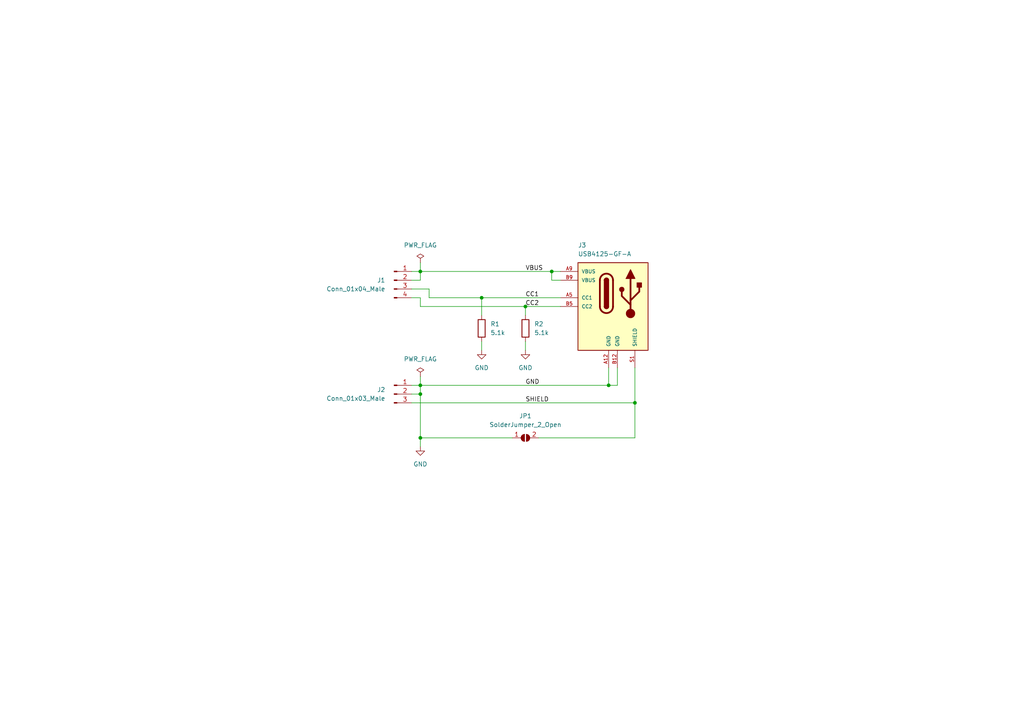
<source format=kicad_sch>
(kicad_sch (version 20211123) (generator eeschema)
  (paper "A4")
  (title_block (title "USB4125-GF-A Breakout Board") (date "2023-03-06") (rev "A") (company "ElektroNik Zoller") (comment 1 "Nikolai Zoller") (comment 4 "CERN-OHL-P"))
  (lib_symbols
    (symbol "Connector:Conn_01x03_Male" (pin_names (offset 1.016) hide)
      (property "Reference" "J" (at 0 5.08 0))
      (property "Value" "Conn_01x03_Male" (at 0 -5.08 0))
      (symbol "Conn_01x03_Male_1_1"
        (polyline (pts (xy 1.27 -2.54) (xy 0.8636 -2.54)) (stroke (width 0.1524)))
        (polyline (pts (xy 1.27 0) (xy 0.8636 0)) (stroke (width 0.1524)))
        (polyline (pts (xy 1.27 2.54) (xy 0.8636 2.54)) (stroke (width 0.1524)))
        (rectangle (start 0.8636 -2.413) (end 0 -2.667) (stroke (width 0.1524)) (fill (type outline)))
        (rectangle (start 0.8636 0.127) (end 0 -0.127) (stroke (width 0.1524)) (fill (type outline)))
        (rectangle (start 0.8636 2.667) (end 0 2.413) (stroke (width 0.1524)) (fill (type outline)))
        (pin passive line (at 5.08 2.54 180) (length 3.81) (name "Pin_1") (number "1"))
        (pin passive line (at 5.08 0 180) (length 3.81) (name "Pin_2") (number "2"))
        (pin passive line (at 5.08 -2.54 180) (length 3.81) (name "Pin_3") (number "3"))
      )
    )
    (symbol "Connector:Conn_01x04_Male" (pin_names (offset 1.016) hide)
      (property "Reference" "J" (at 0 5.08 0))
      (property "Value" "Conn_01x04_Male" (at 0 -7.62 0))
      (symbol "Conn_01x04_Male_1_1"
        (polyline (pts (xy 1.27 -5.08) (xy 0.8636 -5.08)) (stroke (width 0.1524)))
        (polyline (pts (xy 1.27 -2.54) (xy 0.8636 -2.54)) (stroke (width 0.1524)))
        (polyline (pts (xy 1.27 0) (xy 0.8636 0)) (stroke (width 0.1524)))
        (polyline (pts (xy 1.27 2.54) (xy 0.8636 2.54)) (stroke (width 0.1524)))
        (rectangle (start 0.8636 -4.953) (end 0 -5.207) (stroke (width 0.1524)) (fill (type outline)))
        (rectangle (start 0.8636 -2.413) (end 0 -2.667) (stroke (width 0.1524)) (fill (type outline)))
        (rectangle (start 0.8636 0.127) (end 0 -0.127) (stroke (width 0.1524)) (fill (type outline)))
        (rectangle (start 0.8636 2.667) (end 0 2.413) (stroke (width 0.1524)) (fill (type outline)))
        (pin passive line (at 5.08 2.54 180) (length 3.81) (name "Pin_1") (number "1"))
        (pin passive line (at 5.08 0 180) (length 3.81) (name "Pin_2") (number "2"))
        (pin passive line (at 5.08 -2.54 180) (length 3.81) (name "Pin_3") (number "3"))
        (pin passive line (at 5.08 -5.08 180) (length 3.81) (name "Pin_4") (number "4"))
      )
    )
    (symbol "Device:R" (pin_numbers hide) (pin_names (offset 0))
      (property "Reference" "R" (at 2.032 0 90))
      (property "Value" "R" (at 0 0 90))
      (symbol "R_0_1"
        (rectangle (start -1.016 -2.54) (end 1.016 2.54) (stroke (width 0.254)))
      )
      (symbol "R_1_1"
        (pin passive line (at 0 3.81 270) (length 1.27) (name "~") (number "1"))
        (pin passive line (at 0 -3.81 90) (length 1.27) (name "~") (number "2"))
      )
    )
    (symbol "Jumper:SolderJumper_2_Open" (pin_names (offset 0) hide)
      (property "Reference" "JP" (at 0 2.032 0))
      (property "Value" "SolderJumper_2_Open" (at 0 -2.54 0))
      (symbol "SolderJumper_2_Open_0_1"
        (arc (start -0.254 1.016) (mid -1.27 0) (end -0.254 -1.016))
        (arc (start -0.254 1.016) (mid -1.27 0) (end -0.254 -1.016) (fill (type outline)))
        (polyline (pts (xy -0.254 1.016) (xy -0.254 -1.016)))
        (polyline (pts (xy 0.254 1.016) (xy 0.254 -1.016)))
        (arc (start 0.254 -1.016) (mid 1.27 0) (end 0.254 1.016))
        (arc (start 0.254 -1.016) (mid 1.27 0) (end 0.254 1.016) (fill (type outline)))
      )
      (symbol "SolderJumper_2_Open_1_1"
        (pin passive line (at -3.81 0 0) (length 2.54) (name "A") (number "1"))
        (pin passive line (at 3.81 0 180) (length 2.54) (name "B") (number "2"))
      )
    )
    (symbol "connectors:USB4125-GF-A" (pin_names (offset 1.016))
      (property "Reference" "J" (at -10.16 16.51 0))
      (property "Value" "USB4125-GF-A" (at -10.16 16.51 0))
      (symbol "USB4125-GF-A_0_0"
        (rectangle (start -10.16 12.7) (end 10.16 -12.7) (stroke (width 0.254)) (fill (type background)))
        (pin power_in line (at -1.27 -17.78 90) (length 5.08) (name "GND") (number "A12"))
        (pin bidirectional line (at -15.24 2.54 0) (length 5.08) (name "CC1") (number "A5"))
        (pin power_in line (at -15.24 10.16 0) (length 5.08) (name "VBUS") (number "A9"))
        (pin power_in line (at 1.27 -17.78 90) (length 5.08) (name "GND") (number "B12"))
        (pin bidirectional line (at -15.24 0 0) (length 5.08) (name "CC2") (number "B5"))
        (pin power_in line (at -15.24 7.62 0) (length 5.08) (name "VBUS") (number "B9"))
        (pin passive line (at 6.35 -17.78 90) (length 5.08) (name "SHIELD") (number "S1"))
      )
      (symbol "USB4125-GF-A_0_1"
        (arc (start -3.81 0) (mid -1.905 -1.905) (end 0 0) (stroke (width 0.508)))
        (arc (start -2.54 0) (mid -1.905 -0.635) (end -1.27 0) (stroke (width 0.254)))
        (arc (start -2.54 0) (mid -1.905 -0.635) (end -1.27 0) (stroke (width 0.254)) (fill (type outline)))
        (rectangle (start -2.54 0) (end -1.27 7.62) (stroke (width 0.254)) (fill (type outline)))
        (arc (start -1.27 7.62) (mid -1.905 8.255) (end -2.54 7.62) (stroke (width 0.254)))
        (arc (start -1.27 7.62) (mid -1.905 8.255) (end -2.54 7.62) (stroke (width 0.254)) (fill (type outline)))
        (polyline (pts (xy -3.81 0) (xy -3.81 7.62)) (stroke (width 0.508)))
        (polyline (pts (xy 0 7.62) (xy 0 0)) (stroke (width 0.508)))
        (polyline (pts (xy 5.08 -2.032) (xy 5.08 8.128)) (stroke (width 0.508)))
        (polyline (pts (xy 5.08 0.508) (xy 2.54 3.048) (xy 2.54 4.318)) (stroke (width 0.508)))
        (polyline (pts (xy 5.08 1.778) (xy 7.62 4.318) (xy 7.62 5.588)) (stroke (width 0.508)))
        (polyline (pts (xy 3.81 8.128) (xy 5.08 10.668) (xy 6.35 8.128) (xy 3.81 8.128)) (stroke (width 0.254)) (fill (type outline)))
        (arc (start 0 7.62) (mid -1.905 9.525) (end -3.81 7.62) (stroke (width 0.508)))
        (circle (center 2.54 4.953) (radius 0.635) (stroke (width 0.254)) (fill (type outline)))
        (circle (center 5.08 -2.032) (radius 1.27) (fill (type outline)))
        (rectangle (start 6.985 5.588) (end 8.255 6.858) (stroke (width 0.254)) (fill (type outline)))
      )
    )
    (symbol "power:GND" (power) (pin_names (offset 0))
      (property "Value" "GND" (at 0 -3.81 0))
      (symbol "GND_0_1"
        (polyline (pts (xy 0 0) (xy 0 -1.27) (xy 1.27 -1.27) (xy 0 -2.54) (xy -1.27 -1.27) (xy 0 -1.27)))
      )
      (symbol "GND_1_1"
        (pin power_in line (at 0 0 270) (length 0) hide (name "GND") (number "1"))
      )
    )
    (symbol "power:PWR_FLAG" (power) (pin_numbers hide) (pin_names (offset 0) hide)
      (property "Value" "PWR_FLAG" (at 0 3.81 0))
      (symbol "PWR_FLAG_0_0"
        (pin power_out line (at 0 0 90) (length 0) (name "pwr") (number "1"))
      )
      (symbol "PWR_FLAG_0_1"
        (polyline (pts (xy 0 0) (xy 0 1.27) (xy -1.016 1.905) (xy 0 2.54) (xy 1.016 1.905) (xy 0 1.27)))
      )
    )
  )
  (junction (at 121.92 78.74))
  (junction (at 121.92 111.76))
  (junction (at 184.15 116.84))
  (junction (at 160.02 78.74))
  (junction (at 139.7 86.36))
  (junction (at 176.53 111.76))
  (junction (at 152.4 88.9))
  (junction (at 121.92 127))
  (junction (at 121.92 114.3))
  (wire (pts (xy 121.92 86.36) (xy 121.92 88.9)))
  (wire (pts (xy 121.92 78.74) (xy 160.02 78.74)))
  (wire (pts (xy 139.7 86.36) (xy 162.56 86.36)))
  (wire (pts (xy 139.7 99.06) (xy 139.7 101.6)))
  (wire (pts (xy 121.92 76.2) (xy 121.92 78.74)))
  (wire (pts (xy 121.92 111.76) (xy 121.92 114.3)))
  (wire (pts (xy 119.38 114.3) (xy 121.92 114.3)))
  (wire (pts (xy 176.53 111.76) (xy 179.07 111.76)))
  (wire (pts (xy 160.02 81.28) (xy 160.02 78.74)))
  (wire (pts (xy 184.15 106.68) (xy 184.15 116.84)))
  (wire (pts (xy 184.15 127) (xy 184.15 116.84)))
  (wire (pts (xy 139.7 86.36) (xy 139.7 91.44)))
  (wire (pts (xy 119.38 86.36) (xy 121.92 86.36)))
  (wire (pts (xy 124.46 86.36) (xy 139.7 86.36)))
  (wire (pts (xy 121.92 88.9) (xy 152.4 88.9)))
  (wire (pts (xy 152.4 88.9) (xy 162.56 88.9)))
  (wire (pts (xy 121.92 114.3) (xy 121.92 127)))
  (wire (pts (xy 119.38 78.74) (xy 121.92 78.74)))
  (wire (pts (xy 184.15 116.84) (xy 119.38 116.84)))
  (wire (pts (xy 119.38 81.28) (xy 121.92 81.28)))
  (wire (pts (xy 119.38 83.82) (xy 124.46 83.82)))
  (wire (pts (xy 152.4 88.9) (xy 152.4 91.44)))
  (wire (pts (xy 176.53 111.76) (xy 176.53 106.68)))
  (wire (pts (xy 160.02 78.74) (xy 162.56 78.74)))
  (wire (pts (xy 121.92 127) (xy 148.59 127)))
  (wire (pts (xy 121.92 109.22) (xy 121.92 111.76)))
  (wire (pts (xy 121.92 111.76) (xy 176.53 111.76)))
  (wire (pts (xy 179.07 106.68) (xy 179.07 111.76)))
  (wire (pts (xy 156.21 127) (xy 184.15 127)))
  (wire (pts (xy 152.4 99.06) (xy 152.4 101.6)))
  (wire (pts (xy 119.38 111.76) (xy 121.92 111.76)))
  (wire (pts (xy 124.46 83.82) (xy 124.46 86.36)))
  (wire (pts (xy 162.56 81.28) (xy 160.02 81.28)))
  (wire (pts (xy 121.92 81.28) (xy 121.92 78.74)))
  (wire (pts (xy 121.92 127) (xy 121.92 129.54)))
  (label "CC1" (at 152.4 86.36 0))
  (label "SHIELD" (at 152.4 116.84 0))
  (label "GND" (at 152.4 111.76 0))
  (label "CC2" (at 152.4 88.9 0))
  (label "VBUS" (at 152.4 78.74 0))
  (symbol (lib_id "Device:R") (at 139.7 95.25 0) (unit 1)
    (property "Reference" "R1" (at 142.24 93.9799 0) (effects (justify left)))
    (property "Value" "5.1k" (at 142.24 96.5199 0) (effects (justify left)))
    (property "Footprint" "Resistor_SMD:R_0805_2012Metric_Pad1.20x1.40mm_HandSolder" (effects hide))
  )
  (symbol (lib_id "power:GND") (at 152.4 101.6 0) (unit 1)
    (property "Reference" "#PWR0102" (effects hide))
    (property "Value" "GND" (at 152.4 106.68 0))
  )
  (symbol (lib_id "Connector:Conn_01x03_Male") (at 114.3 114.3 0) (unit 1)
    (property "Reference" "J2" (at 111.76 113.03 0) (effects (justify right)))
    (property "Value" "Conn_01x03_Male" (at 111.76 115.57 0) (effects (justify right)))
    (property "Footprint" "Connector_PinHeader_2.54mm:PinHeader_1x03_P2.54mm_Vertical" (effects hide))
  )
  (symbol (lib_id "Jumper:SolderJumper_2_Open") (at 152.4 127 0) (unit 1)
    (property "Reference" "JP1" (at 152.4 120.65 0))
    (property "Value" "SolderJumper_2_Open" (at 152.4 123.19 0))
    (property "Footprint" "Jumper:SolderJumper-2_P1.3mm_Open_RoundedPad1.0x1.5mm" (effects hide))
  )
  (symbol (lib_id "power:GND") (at 139.7 101.6 0) (unit 1)
    (property "Reference" "#PWR0101" (effects hide))
    (property "Value" "GND" (at 139.7 106.68 0))
  )
  (symbol (lib_id "power:GND") (at 121.92 129.54 0) (unit 1)
    (property "Reference" "#PWR0103" (effects hide))
    (property "Value" "GND" (at 121.92 134.62 0))
  )
  (symbol (lib_id "connectors:USB4125-GF-A") (at 177.8 88.9 0) (unit 1)
    (property "Reference" "J3" (at 167.64 71.12 0) (effects (justify left)))
    (property "Value" "USB4125-GF-A" (at 167.64 73.66 0) (effects (justify left)))
    (property "Footprint" "connectors:GCT_USB4125-GF-A" (effects hide))
  )
  (symbol (lib_id "power:PWR_FLAG") (at 121.92 109.22 0) (unit 1)
    (property "Reference" "#FLG0104" (effects hide))
    (property "Value" "PWR_FLAG" (at 121.92 104.14 0))
  )
  (symbol (lib_id "Device:R") (at 152.4 95.25 0) (unit 1)
    (property "Reference" "R2" (at 154.94 93.9799 0) (effects (justify left)))
    (property "Value" "5.1k" (at 154.94 96.5199 0) (effects (justify left)))
    (property "Footprint" "Resistor_SMD:R_0805_2012Metric_Pad1.20x1.40mm_HandSolder" (effects hide))
  )
  (symbol (lib_id "power:PWR_FLAG") (at 121.92 76.2 0) (unit 1)
    (property "Reference" "#FLG0102" (effects hide))
    (property "Value" "PWR_FLAG" (at 121.92 71.12 0))
  )
  (symbol (lib_id "Connector:Conn_01x04_Male") (at 114.3 81.28 0) (unit 1)
    (property "Reference" "J1" (at 111.76 81.28 0) (effects (justify right)))
    (property "Value" "Conn_01x04_Male" (at 111.76 83.82 0) (effects (justify right)))
    (property "Footprint" "Connector_PinHeader_2.54mm:PinHeader_1x04_P2.54mm_Vertical" (effects hide))
  )
)
</source>
